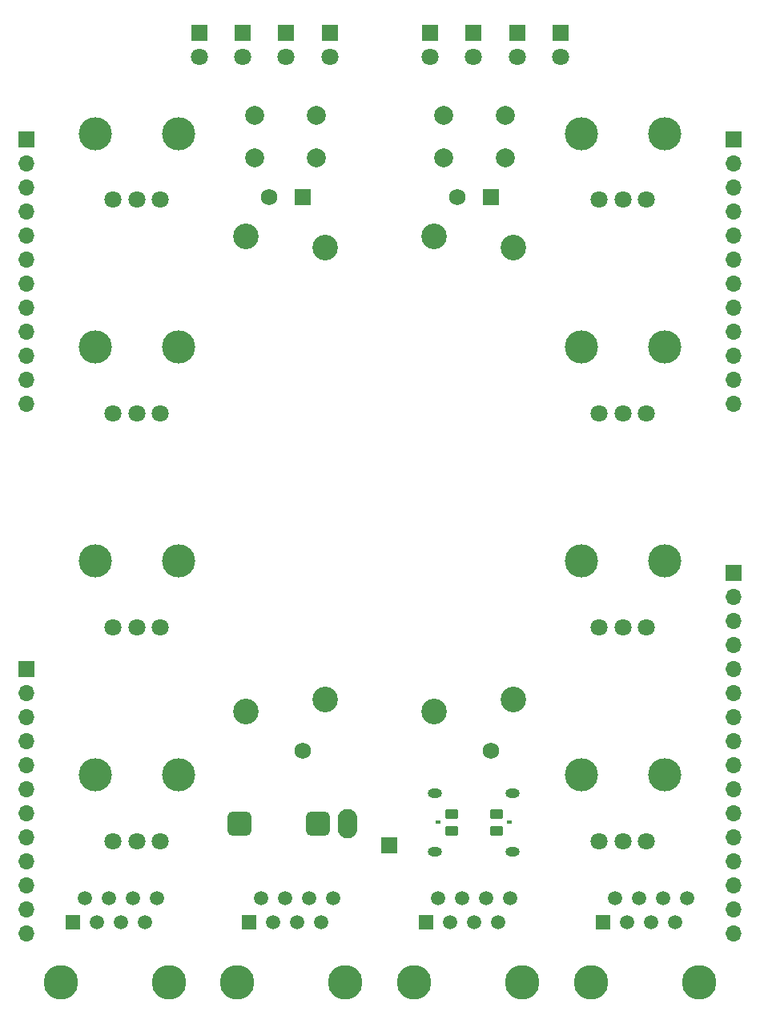
<source format=gbr>
%TF.GenerationSoftware,KiCad,Pcbnew,(6.0.11)*%
%TF.CreationDate,2023-05-23T14:40:20+01:00*%
%TF.ProjectId,Quango_Controls,5175616e-676f-45f4-936f-6e74726f6c73,rev?*%
%TF.SameCoordinates,Original*%
%TF.FileFunction,Soldermask,Bot*%
%TF.FilePolarity,Negative*%
%FSLAX46Y46*%
G04 Gerber Fmt 4.6, Leading zero omitted, Abs format (unit mm)*
G04 Created by KiCad (PCBNEW (6.0.11)) date 2023-05-23 14:40:20*
%MOMM*%
%LPD*%
G01*
G04 APERTURE LIST*
G04 Aperture macros list*
%AMRoundRect*
0 Rectangle with rounded corners*
0 $1 Rounding radius*
0 $2 $3 $4 $5 $6 $7 $8 $9 X,Y pos of 4 corners*
0 Add a 4 corners polygon primitive as box body*
4,1,4,$2,$3,$4,$5,$6,$7,$8,$9,$2,$3,0*
0 Add four circle primitives for the rounded corners*
1,1,$1+$1,$2,$3*
1,1,$1+$1,$4,$5*
1,1,$1+$1,$6,$7*
1,1,$1+$1,$8,$9*
0 Add four rect primitives between the rounded corners*
20,1,$1+$1,$2,$3,$4,$5,0*
20,1,$1+$1,$4,$5,$6,$7,0*
20,1,$1+$1,$6,$7,$8,$9,0*
20,1,$1+$1,$8,$9,$2,$3,0*%
G04 Aperture macros list end*
%ADD10R,1.700000X1.700000*%
%ADD11O,1.700000X1.700000*%
%ADD12R,1.800000X1.800000*%
%ADD13C,1.800000*%
%ADD14RoundRect,0.650000X0.650000X-0.650000X0.650000X0.650000X-0.650000X0.650000X-0.650000X-0.650000X0*%
%ADD15O,2.100000X3.100000*%
%ADD16C,3.500000*%
%ADD17C,3.650000*%
%ADD18R,1.500000X1.500000*%
%ADD19C,1.500000*%
%ADD20C,2.000000*%
%ADD21R,1.750000X1.750000*%
%ADD22C,1.750000*%
%ADD23C,2.700000*%
%ADD24O,0.600000X0.400000*%
%ADD25O,1.500000X1.000000*%
%ADD26RoundRect,0.250000X-0.450000X0.262500X-0.450000X-0.262500X0.450000X-0.262500X0.450000X0.262500X0*%
%ADD27RoundRect,0.250000X0.450000X-0.262500X0.450000X0.262500X-0.450000X0.262500X-0.450000X-0.262500X0*%
G04 APERTURE END LIST*
D10*
%TO.C,J4*%
X53100000Y-108000000D03*
D11*
X53100000Y-110540000D03*
X53100000Y-113080000D03*
X53100000Y-115620000D03*
X53100000Y-118160000D03*
X53100000Y-120700000D03*
X53100000Y-123240000D03*
X53100000Y-125780000D03*
X53100000Y-128320000D03*
X53100000Y-130860000D03*
X53100000Y-133400000D03*
X53100000Y-135940000D03*
%TD*%
D10*
%TO.C,J3*%
X53100000Y-52000000D03*
D11*
X53100000Y-54540000D03*
X53100000Y-57080000D03*
X53100000Y-59620000D03*
X53100000Y-62160000D03*
X53100000Y-64700000D03*
X53100000Y-67240000D03*
X53100000Y-69780000D03*
X53100000Y-72320000D03*
X53100000Y-74860000D03*
X53100000Y-77400000D03*
X53100000Y-79940000D03*
%TD*%
D10*
%TO.C,J2*%
X127900000Y-97800000D03*
D11*
X127900000Y-100340000D03*
X127900000Y-102880000D03*
X127900000Y-105420000D03*
X127900000Y-107960000D03*
X127900000Y-110500000D03*
X127900000Y-113040000D03*
X127900000Y-115580000D03*
X127900000Y-118120000D03*
X127900000Y-120660000D03*
X127900000Y-123200000D03*
X127900000Y-125740000D03*
X127900000Y-128280000D03*
X127900000Y-130820000D03*
X127900000Y-133360000D03*
X127900000Y-135900000D03*
%TD*%
D10*
%TO.C,J1*%
X127900000Y-52000000D03*
D11*
X127900000Y-54540000D03*
X127900000Y-57080000D03*
X127900000Y-59620000D03*
X127900000Y-62160000D03*
X127900000Y-64700000D03*
X127900000Y-67240000D03*
X127900000Y-69780000D03*
X127900000Y-72320000D03*
X127900000Y-74860000D03*
X127900000Y-77400000D03*
X127900000Y-79940000D03*
%TD*%
D12*
%TO.C,A3*%
X80600000Y-40730000D03*
D13*
X80600000Y-43270000D03*
%TD*%
D14*
%TO.C,J9*%
X83980000Y-124300000D03*
D15*
X87080000Y-124300000D03*
D14*
X75680000Y-124300000D03*
%TD*%
D16*
%TO.C,Env1*%
X69200000Y-51400000D03*
X60400000Y-51400000D03*
D13*
X67300000Y-58400000D03*
X64800000Y-58400000D03*
X62300000Y-58400000D03*
%TD*%
D17*
%TO.C,J5*%
X56730000Y-141100000D03*
X68160000Y-141100000D03*
D18*
X58000000Y-134750000D03*
D19*
X59270000Y-132210000D03*
X60540000Y-134750000D03*
X61810000Y-132210000D03*
X63080000Y-134750000D03*
X64350000Y-132210000D03*
X65620000Y-134750000D03*
X66890000Y-132210000D03*
%TD*%
D12*
%TO.C,B1*%
X95800000Y-40730000D03*
D13*
X95800000Y-43270000D03*
%TD*%
D16*
%TO.C,Env2*%
X69200000Y-74000000D03*
X60400000Y-74000000D03*
D13*
X67300000Y-81000000D03*
X64800000Y-81000000D03*
X62300000Y-81000000D03*
%TD*%
D17*
%TO.C,J7*%
X86860000Y-141100000D03*
X75430000Y-141100000D03*
D18*
X76700000Y-134750000D03*
D19*
X77970000Y-132210000D03*
X79240000Y-134750000D03*
X80510000Y-132210000D03*
X81780000Y-134750000D03*
X83050000Y-132210000D03*
X84320000Y-134750000D03*
X85590000Y-132210000D03*
%TD*%
D12*
%TO.C,A4*%
X85200000Y-40730000D03*
D13*
X85200000Y-43270000D03*
%TD*%
D20*
%TO.C,SW1*%
X77250000Y-49450000D03*
X83750000Y-49450000D03*
X83750000Y-53950000D03*
X77250000Y-53950000D03*
%TD*%
D16*
%TO.C,Env3*%
X69200000Y-96600000D03*
X60400000Y-96600000D03*
D13*
X67300000Y-103600000D03*
X64800000Y-103600000D03*
X62300000Y-103600000D03*
%TD*%
D16*
%TO.C,Env5*%
X120600000Y-51400000D03*
X111800000Y-51400000D03*
D13*
X118700000Y-58400000D03*
X116200000Y-58400000D03*
X113700000Y-58400000D03*
%TD*%
D21*
%TO.C,Level1*%
X82300000Y-58100000D03*
D22*
X78800000Y-58100000D03*
X82300000Y-116600000D03*
D23*
X76350000Y-112450000D03*
X84750000Y-111250000D03*
X84750000Y-63450000D03*
X76350000Y-62250000D03*
%TD*%
D12*
%TO.C,B4*%
X109600000Y-40730000D03*
D13*
X109600000Y-43270000D03*
%TD*%
D12*
%TO.C,A1*%
X71400000Y-40730000D03*
D13*
X71400000Y-43270000D03*
%TD*%
D21*
%TO.C,Level2*%
X102200000Y-58100000D03*
D22*
X98700000Y-58100000D03*
X102200000Y-116600000D03*
D23*
X96250000Y-62250000D03*
X104650000Y-63450000D03*
X104650000Y-111250000D03*
X96250000Y-112450000D03*
%TD*%
D12*
%TO.C,B2*%
X100400000Y-40730000D03*
D13*
X100400000Y-43270000D03*
%TD*%
D12*
%TO.C,A2*%
X76000000Y-40730000D03*
D13*
X76000000Y-43270000D03*
%TD*%
D16*
%TO.C,Env4*%
X60400000Y-119200000D03*
X69200000Y-119200000D03*
D13*
X67300000Y-126200000D03*
X64800000Y-126200000D03*
X62300000Y-126200000D03*
%TD*%
D17*
%TO.C,J6*%
X112830000Y-141100000D03*
X124260000Y-141100000D03*
D18*
X114100000Y-134750000D03*
D19*
X115370000Y-132210000D03*
X116640000Y-134750000D03*
X117910000Y-132210000D03*
X119180000Y-134750000D03*
X120450000Y-132210000D03*
X121720000Y-134750000D03*
X122990000Y-132210000D03*
%TD*%
D10*
%TO.C,TP1*%
X91500000Y-126600000D03*
%TD*%
D20*
%TO.C,SW2*%
X97250000Y-49450000D03*
X103750000Y-49450000D03*
X103750000Y-53950000D03*
X97250000Y-53950000D03*
%TD*%
D12*
%TO.C,B3*%
X105000000Y-40730000D03*
D13*
X105000000Y-43270000D03*
%TD*%
D16*
%TO.C,Env8*%
X120600000Y-119200000D03*
X111800000Y-119200000D03*
D13*
X118700000Y-126200000D03*
X116200000Y-126200000D03*
X113700000Y-126200000D03*
%TD*%
D17*
%TO.C,J10*%
X105560000Y-141100000D03*
X94130000Y-141100000D03*
D18*
X95400000Y-134750000D03*
D19*
X96670000Y-132210000D03*
X97940000Y-134750000D03*
X99210000Y-132210000D03*
X100480000Y-134750000D03*
X101750000Y-132210000D03*
X103020000Y-134750000D03*
X104290000Y-132210000D03*
%TD*%
D24*
%TO.C,J8*%
X96625000Y-124200000D03*
X104175000Y-124200000D03*
D25*
X96300000Y-127270000D03*
X104500000Y-127270000D03*
X96300000Y-121130000D03*
X104500000Y-121130000D03*
%TD*%
D16*
%TO.C,Env7*%
X111800000Y-96600000D03*
X120600000Y-96600000D03*
D13*
X118700000Y-103600000D03*
X116200000Y-103600000D03*
X113700000Y-103600000D03*
%TD*%
D16*
%TO.C,Env6*%
X111800000Y-74000000D03*
X120600000Y-74000000D03*
D13*
X118700000Y-81000000D03*
X116200000Y-81000000D03*
X113700000Y-81000000D03*
%TD*%
D26*
%TO.C,R1*%
X98100000Y-123287500D03*
X98100000Y-125112500D03*
%TD*%
D27*
%TO.C,R2*%
X102800000Y-125112500D03*
X102800000Y-123287500D03*
%TD*%
M02*

</source>
